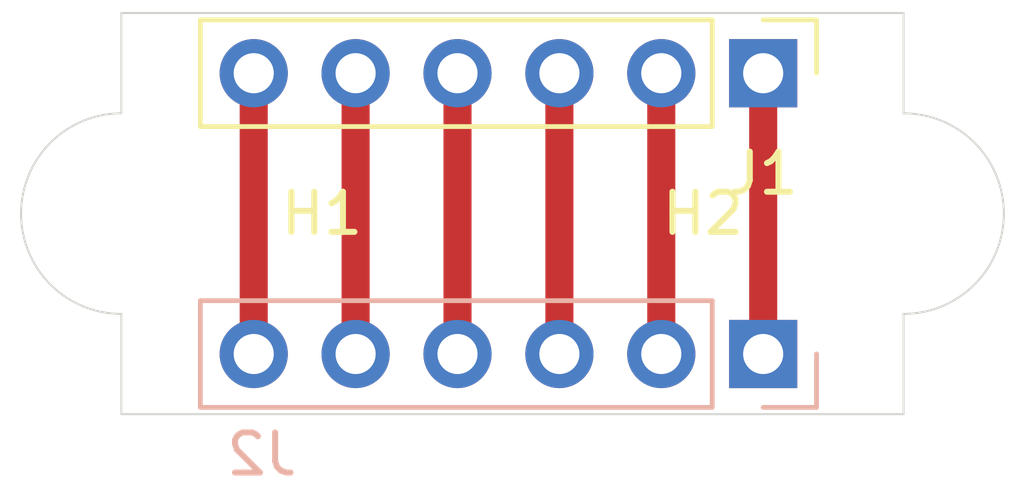
<source format=kicad_pcb>
(kicad_pcb (version 20171130) (host pcbnew "(5.1.9)-1")

  (general
    (thickness 1.6)
    (drawings 10)
    (tracks 6)
    (zones 0)
    (modules 4)
    (nets 7)
  )

  (page A4)
  (layers
    (0 F.Cu signal)
    (31 B.Cu signal)
    (32 B.Adhes user)
    (33 F.Adhes user)
    (34 B.Paste user)
    (35 F.Paste user)
    (36 B.SilkS user)
    (37 F.SilkS user)
    (38 B.Mask user hide)
    (39 F.Mask user)
    (40 Dwgs.User user)
    (41 Cmts.User user hide)
    (42 Eco1.User user hide)
    (43 Eco2.User user hide)
    (44 Edge.Cuts user)
    (45 Margin user hide)
    (46 B.CrtYd user hide)
    (47 F.CrtYd user hide)
    (48 B.Fab user hide)
    (49 F.Fab user hide)
  )

  (setup
    (last_trace_width 0.7)
    (user_trace_width 0.7)
    (user_trace_width 1)
    (trace_clearance 0.2)
    (zone_clearance 0.508)
    (zone_45_only no)
    (trace_min 0.2)
    (via_size 0.8)
    (via_drill 0.4)
    (via_min_size 0.4)
    (via_min_drill 0.3)
    (uvia_size 0.3)
    (uvia_drill 0.1)
    (uvias_allowed no)
    (uvia_min_size 0.2)
    (uvia_min_drill 0.1)
    (edge_width 0.05)
    (segment_width 0.2)
    (pcb_text_width 0.3)
    (pcb_text_size 1.5 1.5)
    (mod_edge_width 0.12)
    (mod_text_size 1 1)
    (mod_text_width 0.15)
    (pad_size 1.524 1.524)
    (pad_drill 0.762)
    (pad_to_mask_clearance 0)
    (aux_axis_origin 0 0)
    (visible_elements FFFFFF7F)
    (pcbplotparams
      (layerselection 0x010fc_ffffffff)
      (usegerberextensions false)
      (usegerberattributes true)
      (usegerberadvancedattributes true)
      (creategerberjobfile true)
      (excludeedgelayer true)
      (linewidth 0.100000)
      (plotframeref false)
      (viasonmask false)
      (mode 1)
      (useauxorigin false)
      (hpglpennumber 1)
      (hpglpenspeed 20)
      (hpglpendiameter 15.000000)
      (psnegative false)
      (psa4output false)
      (plotreference true)
      (plotvalue true)
      (plotinvisibletext false)
      (padsonsilk false)
      (subtractmaskfromsilk false)
      (outputformat 1)
      (mirror false)
      (drillshape 0)
      (scaleselection 1)
      (outputdirectory "gerber/"))
  )

  (net 0 "")
  (net 1 /RTS#)
  (net 2 /RXD)
  (net 3 /TXD)
  (net 4 /VCC)
  (net 5 /CTS#)
  (net 6 /GND)

  (net_class Default "This is the default net class."
    (clearance 0.2)
    (trace_width 0.25)
    (via_dia 0.8)
    (via_drill 0.4)
    (uvia_dia 0.3)
    (uvia_drill 0.1)
    (add_net /CTS#)
    (add_net /GND)
    (add_net /RTS#)
    (add_net /RXD)
    (add_net /TXD)
    (add_net /VCC)
  )

  (module MountingHole:MountingHole_3.2mm_M3_ISO14580 locked (layer F.Cu) (tedit 56D1B4CB) (tstamp 60ECB214)
    (at 51 32.5)
    (descr "Mounting Hole 3.2mm, no annular, M3, ISO14580")
    (tags "mounting hole 3.2mm no annular m3 iso14580")
    (path /60ECCE54)
    (attr virtual)
    (fp_text reference H2 (at -5 0) (layer F.SilkS)
      (effects (font (size 1 1) (thickness 0.15)))
    )
    (fp_text value MountingHole (at 0 3.75) (layer F.Fab)
      (effects (font (size 1 1) (thickness 0.15)))
    )
    (fp_text user %R (at 0.3 0) (layer F.Fab)
      (effects (font (size 1 1) (thickness 0.15)))
    )
    (fp_circle (center 0 0) (end 2.75 0) (layer Cmts.User) (width 0.15))
    (fp_circle (center 0 0) (end 3 0) (layer F.CrtYd) (width 0.05))
    (pad 1 np_thru_hole circle (at 0 0) (size 3.2 3.2) (drill 3.2) (layers *.Cu *.Mask))
  )

  (module MountingHole:MountingHole_3.2mm_M3_ISO14580 locked (layer F.Cu) (tedit 56D1B4CB) (tstamp 60ECB953)
    (at 31.5 32.5)
    (descr "Mounting Hole 3.2mm, no annular, M3, ISO14580")
    (tags "mounting hole 3.2mm no annular m3 iso14580")
    (path /60ECC4B3)
    (attr virtual)
    (fp_text reference H1 (at 5 0) (layer F.SilkS)
      (effects (font (size 1 1) (thickness 0.15)))
    )
    (fp_text value MountingHole (at 0 3.75) (layer F.Fab)
      (effects (font (size 1 1) (thickness 0.15)))
    )
    (fp_circle (center 0 0) (end 3 0) (layer F.CrtYd) (width 0.05))
    (fp_circle (center 0 0) (end 2.75 0) (layer Cmts.User) (width 0.15))
    (fp_text user %R (at 0.3 0) (layer F.Fab)
      (effects (font (size 1 1) (thickness 0.15)))
    )
    (pad 1 np_thru_hole circle (at 0 0) (size 3.2 3.2) (drill 3.2) (layers *.Cu *.Mask))
  )

  (module Connector_PinHeader_2.54mm:PinHeader_1x06_P2.54mm_Vertical locked (layer F.Cu) (tedit 59FED5CC) (tstamp 60ECB8D6)
    (at 47.5 29 270)
    (descr "Through hole straight pin header, 1x06, 2.54mm pitch, single row")
    (tags "Through hole pin header THT 1x06 2.54mm single row")
    (path /60EC63EA)
    (fp_text reference J1 (at 2.5 0) (layer F.SilkS)
      (effects (font (size 1 1) (thickness 0.15)))
    )
    (fp_text value Conn_01x06_Male (at 0 15.03 90) (layer F.Fab)
      (effects (font (size 1 1) (thickness 0.15)))
    )
    (fp_line (start 1.8 -1.8) (end -1.8 -1.8) (layer F.CrtYd) (width 0.05))
    (fp_line (start 1.8 14.5) (end 1.8 -1.8) (layer F.CrtYd) (width 0.05))
    (fp_line (start -1.8 14.5) (end 1.8 14.5) (layer F.CrtYd) (width 0.05))
    (fp_line (start -1.8 -1.8) (end -1.8 14.5) (layer F.CrtYd) (width 0.05))
    (fp_line (start -1.33 -1.33) (end 0 -1.33) (layer F.SilkS) (width 0.12))
    (fp_line (start -1.33 0) (end -1.33 -1.33) (layer F.SilkS) (width 0.12))
    (fp_line (start -1.33 1.27) (end 1.33 1.27) (layer F.SilkS) (width 0.12))
    (fp_line (start 1.33 1.27) (end 1.33 14.03) (layer F.SilkS) (width 0.12))
    (fp_line (start -1.33 1.27) (end -1.33 14.03) (layer F.SilkS) (width 0.12))
    (fp_line (start -1.33 14.03) (end 1.33 14.03) (layer F.SilkS) (width 0.12))
    (fp_line (start -1.27 -0.635) (end -0.635 -1.27) (layer F.Fab) (width 0.1))
    (fp_line (start -1.27 13.97) (end -1.27 -0.635) (layer F.Fab) (width 0.1))
    (fp_line (start 1.27 13.97) (end -1.27 13.97) (layer F.Fab) (width 0.1))
    (fp_line (start 1.27 -1.27) (end 1.27 13.97) (layer F.Fab) (width 0.1))
    (fp_line (start -0.635 -1.27) (end 1.27 -1.27) (layer F.Fab) (width 0.1))
    (fp_text user %R (at 0 6.35) (layer F.Fab)
      (effects (font (size 1 1) (thickness 0.15)))
    )
    (pad 1 thru_hole rect (at 0 0 270) (size 1.7 1.7) (drill 1) (layers *.Cu *.Mask)
      (net 1 /RTS#))
    (pad 2 thru_hole oval (at 0 2.54 270) (size 1.7 1.7) (drill 1) (layers *.Cu *.Mask)
      (net 2 /RXD))
    (pad 3 thru_hole oval (at 0 5.08 270) (size 1.7 1.7) (drill 1) (layers *.Cu *.Mask)
      (net 3 /TXD))
    (pad 4 thru_hole oval (at 0 7.62 270) (size 1.7 1.7) (drill 1) (layers *.Cu *.Mask)
      (net 4 /VCC))
    (pad 5 thru_hole oval (at 0 10.16 270) (size 1.7 1.7) (drill 1) (layers *.Cu *.Mask)
      (net 5 /CTS#))
    (pad 6 thru_hole oval (at 0 12.7 270) (size 1.7 1.7) (drill 1) (layers *.Cu *.Mask)
      (net 6 /GND))
    (model ${KISYS3DMOD}/Connector_PinHeader_2.54mm.3dshapes/PinHeader_1x06_P2.54mm_Vertical.wrl
      (at (xyz 0 0 0))
      (scale (xyz 1 1 1))
      (rotate (xyz 0 0 0))
    )
  )

  (module Connector_PinHeader_2.54mm:PinHeader_1x06_P2.54mm_Vertical locked (layer B.Cu) (tedit 59FED5CC) (tstamp 60ECB248)
    (at 47.5 36 90)
    (descr "Through hole straight pin header, 1x06, 2.54mm pitch, single row")
    (tags "Through hole pin header THT 1x06 2.54mm single row")
    (path /60EC81F7)
    (fp_text reference J2 (at -2.5 -12.5) (layer B.SilkS)
      (effects (font (size 1 1) (thickness 0.15)) (justify mirror))
    )
    (fp_text value Conn_01x06_Female (at 0 -15.03 -90) (layer B.Fab)
      (effects (font (size 1 1) (thickness 0.15)) (justify mirror))
    )
    (fp_text user %R (at 0 -6.35) (layer B.Fab)
      (effects (font (size 1 1) (thickness 0.15)) (justify mirror))
    )
    (fp_line (start -0.635 1.27) (end 1.27 1.27) (layer B.Fab) (width 0.1))
    (fp_line (start 1.27 1.27) (end 1.27 -13.97) (layer B.Fab) (width 0.1))
    (fp_line (start 1.27 -13.97) (end -1.27 -13.97) (layer B.Fab) (width 0.1))
    (fp_line (start -1.27 -13.97) (end -1.27 0.635) (layer B.Fab) (width 0.1))
    (fp_line (start -1.27 0.635) (end -0.635 1.27) (layer B.Fab) (width 0.1))
    (fp_line (start -1.33 -14.03) (end 1.33 -14.03) (layer B.SilkS) (width 0.12))
    (fp_line (start -1.33 -1.27) (end -1.33 -14.03) (layer B.SilkS) (width 0.12))
    (fp_line (start 1.33 -1.27) (end 1.33 -14.03) (layer B.SilkS) (width 0.12))
    (fp_line (start -1.33 -1.27) (end 1.33 -1.27) (layer B.SilkS) (width 0.12))
    (fp_line (start -1.33 0) (end -1.33 1.33) (layer B.SilkS) (width 0.12))
    (fp_line (start -1.33 1.33) (end 0 1.33) (layer B.SilkS) (width 0.12))
    (fp_line (start -1.8 1.8) (end -1.8 -14.5) (layer B.CrtYd) (width 0.05))
    (fp_line (start -1.8 -14.5) (end 1.8 -14.5) (layer B.CrtYd) (width 0.05))
    (fp_line (start 1.8 -14.5) (end 1.8 1.8) (layer B.CrtYd) (width 0.05))
    (fp_line (start 1.8 1.8) (end -1.8 1.8) (layer B.CrtYd) (width 0.05))
    (pad 6 thru_hole oval (at 0 -12.7 90) (size 1.7 1.7) (drill 1) (layers *.Cu *.Mask)
      (net 6 /GND))
    (pad 5 thru_hole oval (at 0 -10.16 90) (size 1.7 1.7) (drill 1) (layers *.Cu *.Mask)
      (net 5 /CTS#))
    (pad 4 thru_hole oval (at 0 -7.62 90) (size 1.7 1.7) (drill 1) (layers *.Cu *.Mask)
      (net 4 /VCC))
    (pad 3 thru_hole oval (at 0 -5.08 90) (size 1.7 1.7) (drill 1) (layers *.Cu *.Mask)
      (net 3 /TXD))
    (pad 2 thru_hole oval (at 0 -2.54 90) (size 1.7 1.7) (drill 1) (layers *.Cu *.Mask)
      (net 2 /RXD))
    (pad 1 thru_hole rect (at 0 0 90) (size 1.7 1.7) (drill 1) (layers *.Cu *.Mask)
      (net 1 /RTS#))
    (model ${KISYS3DMOD}/Connector_PinHeader_2.54mm.3dshapes/PinHeader_1x06_P2.54mm_Vertical.wrl
      (at (xyz 0 0 0))
      (scale (xyz 1 1 1))
      (rotate (xyz 0 0 0))
    )
  )

  (gr_line (start 31.5 30) (end 31.5 27.5) (layer Edge.Cuts) (width 0.05) (tstamp 60ECBAEE))
  (gr_line (start 31.5 37.5) (end 31.5 35) (layer Edge.Cuts) (width 0.05) (tstamp 60ECBAED))
  (gr_line (start 51 35) (end 51 37.5) (layer Edge.Cuts) (width 0.05) (tstamp 60ECBAEC))
  (gr_line (start 51 30) (end 51 27.5) (layer Edge.Cuts) (width 0.05) (tstamp 60ECBAEB))
  (gr_arc (start 51 32.5) (end 51 35) (angle -180) (layer Edge.Cuts) (width 0.05) (tstamp 60ECBAE6))
  (gr_arc (start 31.5 32.5) (end 31.5 30) (angle -180) (layer Edge.Cuts) (width 0.05))
  (gr_line (start 51 37.5) (end 31.5 37.5) (layer Edge.Cuts) (width 0.05) (tstamp 60ECBAE2))
  (gr_line (start 51 27.5) (end 31.5 27.5) (layer Edge.Cuts) (width 0.05))
  (dimension 22.5 (width 0.15) (layer F.Fab)
    (gr_text "22.500 mm" (at 41.25 25.7) (layer F.Fab)
      (effects (font (size 1 1) (thickness 0.15)))
    )
    (feature1 (pts (xy 52.5 32.5) (xy 52.5 26.413579)))
    (feature2 (pts (xy 30 32.5) (xy 30 26.413579)))
    (crossbar (pts (xy 30 27) (xy 52.5 27)))
    (arrow1a (pts (xy 52.5 27) (xy 51.373496 27.586421)))
    (arrow1b (pts (xy 52.5 27) (xy 51.373496 26.413579)))
    (arrow2a (pts (xy 30 27) (xy 31.126504 27.586421)))
    (arrow2b (pts (xy 30 27) (xy 31.126504 26.413579)))
  )
  (dimension 7.071068 (width 0.15) (layer F.Fab)
    (gr_text "7.071 mm" (at 33.419239 30.919239 45) (layer F.Fab)
      (effects (font (size 1 1) (thickness 0.15)))
    )
    (feature1 (pts (xy 35 27.5) (xy 35.414662 27.914662)))
    (feature2 (pts (xy 30 32.5) (xy 30.414662 32.914662)))
    (crossbar (pts (xy 30 32.5) (xy 35 27.5)))
    (arrow1a (pts (xy 35 27.5) (xy 34.618104 28.711221)))
    (arrow1b (pts (xy 35 27.5) (xy 33.788779 27.881896)))
    (arrow2a (pts (xy 30 32.5) (xy 31.211221 32.118104)))
    (arrow2b (pts (xy 30 32.5) (xy 30.381896 31.288779)))
  )

  (segment (start 47.5 29) (end 47.5 36) (width 0.7) (layer F.Cu) (net 1))
  (segment (start 44.96 36) (end 44.96 29) (width 0.7) (layer F.Cu) (net 2))
  (segment (start 42.42 29) (end 42.42 36) (width 0.7) (layer F.Cu) (net 3))
  (segment (start 39.88 29) (end 39.88 36) (width 0.7) (layer F.Cu) (net 4))
  (segment (start 37.34 36) (end 37.34 29) (width 0.7) (layer F.Cu) (net 5))
  (segment (start 34.8 29) (end 34.8 36) (width 0.7) (layer F.Cu) (net 6))

)

</source>
